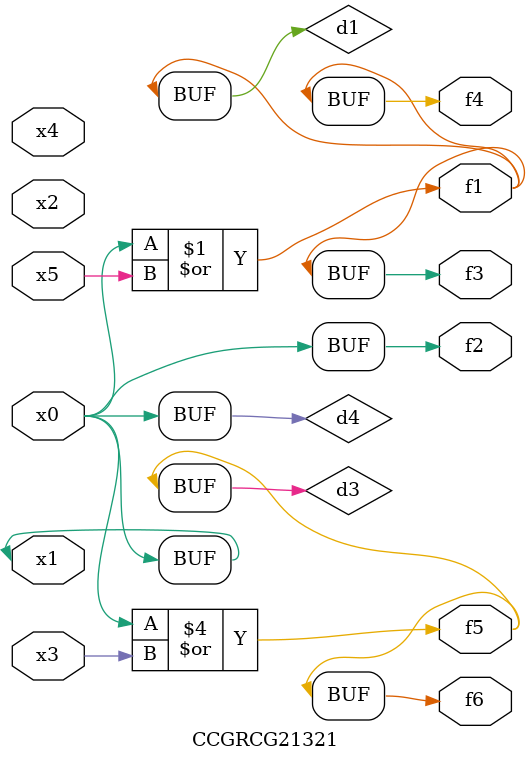
<source format=v>
module CCGRCG21321(
	input x0, x1, x2, x3, x4, x5,
	output f1, f2, f3, f4, f5, f6
);

	wire d1, d2, d3, d4;

	or (d1, x0, x5);
	xnor (d2, x1, x4);
	or (d3, x0, x3);
	buf (d4, x0, x1);
	assign f1 = d1;
	assign f2 = d4;
	assign f3 = d1;
	assign f4 = d1;
	assign f5 = d3;
	assign f6 = d3;
endmodule

</source>
